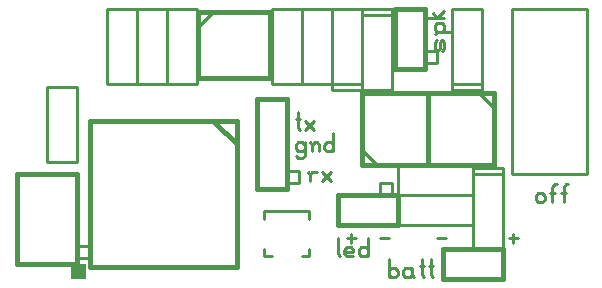
<source format=gbr>
G04 start of page 8 for group -4079 idx -4079 *
G04 Title: (unknown), topsilk *
G04 Creator: pcb 20140316 *
G04 CreationDate: Mon 07 Sep 2020 04:57:56 PM GMT UTC *
G04 For: thomasc *
G04 Format: Gerber/RS-274X *
G04 PCB-Dimensions (mil): 2000.00 1000.00 *
G04 PCB-Coordinate-Origin: lower left *
%MOIN*%
%FSLAX25Y25*%
%LNTOPSILK*%
%ADD57C,0.0157*%
%ADD56C,0.0150*%
%ADD55C,0.0100*%
%ADD54C,0.0001*%
G54D54*G36*
X28000Y5000D02*X23000D01*
Y10000D01*
X28000D01*
Y5000D01*
G37*
G54D55*X120000Y95000D02*X130000D01*
Y93000D01*
X150000Y70000D02*Y68000D01*
X160000D01*
Y70000D01*
X110000D02*Y68000D01*
X120000D01*
Y70000D01*
X157000Y40000D02*Y42000D01*
X167000D01*
Y40000D01*
X169000Y18500D02*X172000D01*
X170500Y20000D02*Y17000D01*
X145000Y18500D02*X148000D01*
X102750Y39750D02*Y37500D01*
Y39750D02*X103500Y40500D01*
X105000D01*
X102000D02*X102750Y39750D01*
X106800Y40500D02*X109800Y37500D01*
X106800D02*X109800Y40500D01*
X98750Y60500D02*Y55250D01*
X99500Y54500D01*
X98000Y58250D02*X99500D01*
X101000Y57500D02*X104000Y54500D01*
X101000D02*X104000Y57500D01*
X100250Y50500D02*X101000Y49750D01*
X98750Y50500D02*X100250D01*
X98000Y49750D02*X98750Y50500D01*
X98000Y49750D02*Y48250D01*
X98750Y47500D01*
X100250D01*
X101000Y48250D01*
X98000Y46000D02*X98750Y45250D01*
X100250D01*
X101000Y46000D01*
Y50500D02*Y46000D01*
X103550Y49750D02*Y47500D01*
Y49750D02*X104300Y50500D01*
X105050D01*
X105800Y49750D01*
Y47500D01*
X102800Y50500D02*X103550Y49750D01*
X110600Y53500D02*Y47500D01*
X109850D02*X110600Y48250D01*
X108350Y47500D02*X109850D01*
X107600Y48250D02*X108350Y47500D01*
X107600Y49750D02*Y48250D01*
Y49750D02*X108350Y50500D01*
X109850D01*
X110600Y49750D01*
X115000Y18500D02*X118000D01*
X116500Y20000D02*Y17000D01*
X112000Y18500D02*Y13250D01*
X112750Y12500D01*
X115000D02*X117250D01*
X114250Y13250D02*X115000Y12500D01*
X114250Y14750D02*Y13250D01*
Y14750D02*X115000Y15500D01*
X116500D01*
X117250Y14750D01*
X114250Y14000D02*X117250D01*
Y14750D02*Y14000D01*
X122050Y18500D02*Y12500D01*
X121300D02*X122050Y13250D01*
X119800Y12500D02*X121300D01*
X119050Y13250D02*X119800Y12500D01*
X119050Y14750D02*Y13250D01*
Y14750D02*X119800Y15500D01*
X121300D01*
X122050Y14750D01*
X126000Y18500D02*X129000D01*
X147500Y84000D02*Y81750D01*
Y84000D02*X146750Y84750D01*
X146000Y84000D02*X146750Y84750D01*
X146000Y84000D02*Y81750D01*
X145250Y81000D02*X146000Y81750D01*
X145250Y81000D02*X144500Y81750D01*
Y84000D02*Y81750D01*
Y84000D02*X145250Y84750D01*
X146750Y81000D02*X147500Y81750D01*
X145250Y87300D02*X149750D01*
X144500Y86550D02*X145250Y87300D01*
X144500Y88050D01*
Y89550D02*Y88050D01*
Y89550D02*X145250Y90300D01*
X146750D01*
X147500Y89550D02*X146750Y90300D01*
X147500Y89550D02*Y88050D01*
X146750Y87300D02*X147500Y88050D01*
X141500Y92100D02*X147500D01*
X145250D02*X147500Y94350D01*
X145250Y92100D02*X143750Y93600D01*
X178000Y32750D02*Y31250D01*
Y32750D02*X178750Y33500D01*
X180250D01*
X181000Y32750D01*
Y31250D01*
X180250Y30500D02*X181000Y31250D01*
X178750Y30500D02*X180250D01*
X178000Y31250D02*X178750Y30500D01*
X183550Y35750D02*Y30500D01*
Y35750D02*X184300Y36500D01*
X185050D01*
X182800Y33500D02*X184300D01*
X187300Y35750D02*Y30500D01*
Y35750D02*X188050Y36500D01*
X188800D01*
X186550Y33500D02*X188050D01*
X129000Y11500D02*Y5500D01*
Y6250D02*X129750Y5500D01*
X131250D01*
X132000Y6250D01*
Y7750D02*Y6250D01*
X131250Y8500D02*X132000Y7750D01*
X129750Y8500D02*X131250D01*
X129000Y7750D02*X129750Y8500D01*
X136050D02*X136800Y7750D01*
X134550Y8500D02*X136050D01*
X133800Y7750D02*X134550Y8500D01*
X133800Y7750D02*Y6250D01*
X134550Y5500D01*
X136800Y8500D02*Y6250D01*
X137550Y5500D01*
X134550D02*X136050D01*
X136800Y6250D01*
X140100Y11500D02*Y6250D01*
X140850Y5500D01*
X139350Y9250D02*X140850D01*
X143100Y11500D02*Y6250D01*
X143850Y5500D01*
X142350Y9250D02*X143850D01*
G54D56*X5000Y10000D02*X25000D01*
Y40000D02*Y10000D01*
G54D55*Y16000D02*X29000D01*
G54D56*X5000Y40000D02*X25000D01*
G54D55*Y12000D02*X29000D01*
Y16000D02*Y12000D01*
G54D56*X5000Y40000D02*Y10000D01*
G54D57*X78386Y57736D02*Y8917D01*
X29567D02*X78386D01*
X29567Y57736D02*Y8917D01*
Y57736D02*X78386D01*
X70512D02*X78386Y49862D01*
G54D56*X85000Y65000D02*Y35000D01*
X95000Y65000D02*Y35000D01*
G54D55*X99000Y41000D02*Y37000D01*
X95000Y41000D02*X99000D01*
X95000Y37000D02*X99000D01*
G54D56*X85000Y35000D02*X95000D01*
X85000Y65000D02*X95000D01*
G54D55*X15000Y69000D02*Y44000D01*
Y69000D02*X25000D01*
Y44000D01*
X15000D02*X25000D01*
X87500Y25000D02*Y27500D01*
X102500D01*
Y25000D01*
Y15000D02*Y12500D01*
X100000D01*
X90000D02*X87500D01*
Y15000D01*
X170000Y95000D02*Y40000D01*
X195000D01*
Y95000D01*
X170000D01*
X100000D02*Y70000D01*
Y95000D02*X110000D01*
Y70000D01*
X100000D02*X110000D01*
Y95000D02*Y70000D01*
Y95000D02*X120000D01*
Y70000D01*
X110000D02*X120000D01*
Y93000D02*Y68000D01*
Y93000D02*X130000D01*
Y68000D01*
X120000D02*X130000D01*
G54D56*X131000Y95000D02*Y75000D01*
X141000Y95000D02*Y75000D01*
G54D55*X145000Y81000D02*Y77000D01*
X141000Y81000D02*X145000D01*
X141000Y77000D02*X145000D01*
G54D56*X131000Y75000D02*X141000D01*
X131000Y95000D02*X141000D01*
X120000Y67000D02*X142000D01*
X120000D02*Y43000D01*
X142000D01*
Y67000D02*Y43000D01*
G54D55*X120000Y48000D02*X125000Y43000D01*
G54D56*X112000Y23000D02*X132000D01*
X112000Y33000D02*X132000D01*
G54D55*X126000Y37000D02*X130000D01*
X126000D02*Y33000D01*
X130000Y37000D02*Y33000D01*
G54D56*X132000D02*Y23000D01*
X112000Y33000D02*Y23000D01*
G54D55*X35000Y95000D02*Y70000D01*
Y95000D02*X45000D01*
Y70000D01*
X35000D02*X45000D01*
Y95000D02*Y70000D01*
Y95000D02*X55000D01*
Y70000D01*
X45000D02*X55000D01*
Y95000D02*Y70000D01*
Y95000D02*X65000D01*
Y70000D01*
X55000D02*X65000D01*
X90000Y95000D02*Y70000D01*
Y95000D02*X100000D01*
Y70000D01*
X90000D02*X100000D01*
G54D56*X89500Y94000D02*Y72000D01*
X65500Y94000D02*X89500D01*
X65500D02*Y72000D01*
X89500D01*
G54D55*X70500Y94000D02*X65500Y89000D01*
X150000Y95000D02*Y70000D01*
Y95000D02*X160000D01*
Y70000D01*
X150000D02*X160000D01*
G54D56*X142000Y43000D02*X164000D01*
Y67000D02*Y43000D01*
X142000Y67000D02*X164000D01*
X142000D02*Y43000D01*
G54D55*X164000Y62000D02*X159000Y67000D01*
X132000Y43000D02*X157000D01*
Y33000D01*
X132000D01*
Y43000D01*
Y33000D02*X157000D01*
Y23000D01*
X132000D01*
Y33000D01*
X157000Y40000D02*Y15000D01*
Y40000D02*X167000D01*
Y15000D01*
X157000D02*X167000D01*
G54D56*X147000D02*X167000D01*
X147000Y5000D02*X167000D01*
X147000Y15000D02*Y5000D01*
X167000Y15000D02*Y5000D01*
M02*

</source>
